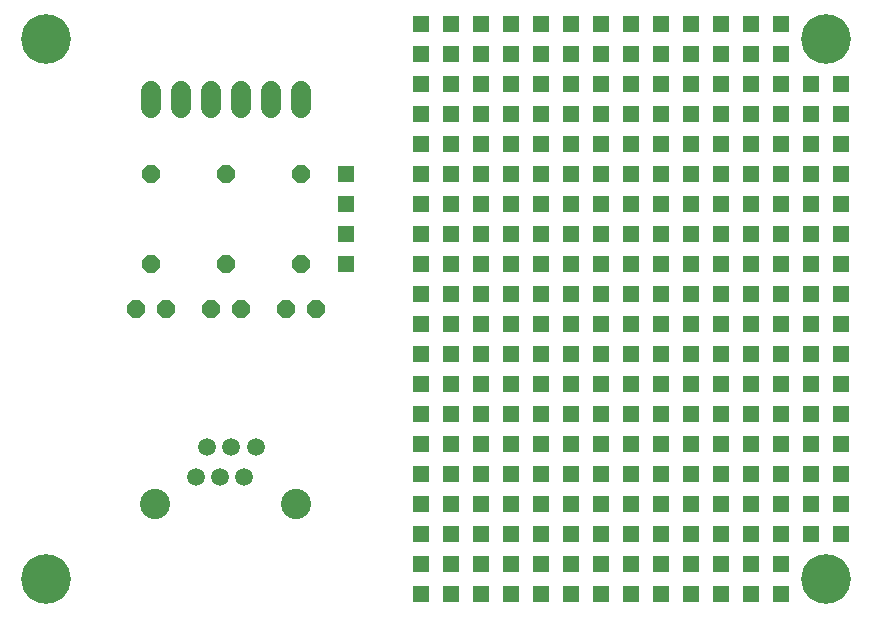
<source format=gbs>
G75*
G70*
%OFA0B0*%
%FSLAX24Y24*%
%IPPOS*%
%LPD*%
%AMOC8*
5,1,8,0,0,1.08239X$1,22.5*
%
%ADD10C,0.1655*%
%ADD11OC8,0.0600*%
%ADD12C,0.0674*%
%ADD13C,0.1009*%
%ADD14C,0.0595*%
%ADD15R,0.0580X0.0580*%
D10*
X001681Y001681D03*
X001681Y019681D03*
X027681Y019681D03*
X027681Y001681D03*
D11*
X010681Y010681D03*
X009681Y010681D03*
X008181Y010681D03*
X007181Y010681D03*
X005681Y010681D03*
X004681Y010681D03*
X005181Y012181D03*
X007681Y012181D03*
X010181Y012181D03*
X010181Y015181D03*
X007681Y015181D03*
X005181Y015181D03*
D12*
X005181Y017385D02*
X005181Y017978D01*
X006181Y017978D02*
X006181Y017385D01*
X007181Y017385D02*
X007181Y017978D01*
X008181Y017978D02*
X008181Y017385D01*
X009181Y017385D02*
X009181Y017978D01*
X010181Y017978D02*
X010181Y017385D01*
D13*
X010044Y004181D03*
X005319Y004181D03*
D14*
X006681Y005087D03*
X007485Y005087D03*
X008288Y005087D03*
X008681Y006087D03*
X007878Y006087D03*
X007075Y006087D03*
D15*
X014181Y006181D03*
X015181Y006181D03*
X015181Y005181D03*
X014181Y005181D03*
X014181Y004181D03*
X015181Y004181D03*
X016181Y004181D03*
X017181Y004181D03*
X018181Y004181D03*
X019181Y004181D03*
X020181Y004181D03*
X021181Y004181D03*
X022181Y004181D03*
X023181Y004181D03*
X024181Y004181D03*
X025181Y004181D03*
X026181Y004181D03*
X027181Y004181D03*
X028181Y004181D03*
X028181Y003181D03*
X027181Y003181D03*
X026181Y003181D03*
X026181Y002181D03*
X025181Y002181D03*
X024181Y002181D03*
X023181Y002181D03*
X022181Y002181D03*
X021181Y002181D03*
X020181Y002181D03*
X019181Y002181D03*
X018181Y002181D03*
X017181Y002181D03*
X016181Y002181D03*
X015181Y002181D03*
X014181Y002181D03*
X014181Y003181D03*
X015181Y003181D03*
X016181Y003181D03*
X017181Y003181D03*
X018181Y003181D03*
X019181Y003181D03*
X020181Y003181D03*
X021181Y003181D03*
X022181Y003181D03*
X023181Y003181D03*
X024181Y003181D03*
X025181Y003181D03*
X025181Y001181D03*
X024181Y001181D03*
X023181Y001181D03*
X022181Y001181D03*
X021181Y001181D03*
X020181Y001181D03*
X019181Y001181D03*
X018181Y001181D03*
X017181Y001181D03*
X016181Y001181D03*
X015181Y001181D03*
X014181Y001181D03*
X016181Y005181D03*
X017181Y005181D03*
X018181Y005181D03*
X018181Y006181D03*
X017181Y006181D03*
X016181Y006181D03*
X016181Y007181D03*
X017181Y007181D03*
X018181Y007181D03*
X019181Y007181D03*
X020181Y007181D03*
X021181Y007181D03*
X022181Y007181D03*
X023181Y007181D03*
X024181Y007181D03*
X025181Y007181D03*
X026181Y007181D03*
X027181Y007181D03*
X028181Y007181D03*
X028181Y006181D03*
X027181Y006181D03*
X026181Y006181D03*
X026181Y005181D03*
X027181Y005181D03*
X028181Y005181D03*
X025181Y005181D03*
X024181Y005181D03*
X023181Y005181D03*
X022181Y005181D03*
X021181Y005181D03*
X020181Y005181D03*
X019181Y005181D03*
X019181Y006181D03*
X020181Y006181D03*
X021181Y006181D03*
X022181Y006181D03*
X023181Y006181D03*
X024181Y006181D03*
X025181Y006181D03*
X025181Y008181D03*
X024181Y008181D03*
X023181Y008181D03*
X022181Y008181D03*
X021181Y008181D03*
X020181Y008181D03*
X019181Y008181D03*
X018181Y008181D03*
X017181Y008181D03*
X016181Y008181D03*
X015181Y008181D03*
X014181Y008181D03*
X014181Y009181D03*
X015181Y009181D03*
X016181Y009181D03*
X017181Y009181D03*
X018181Y009181D03*
X019181Y009181D03*
X020181Y009181D03*
X021181Y009181D03*
X022181Y009181D03*
X023181Y009181D03*
X024181Y009181D03*
X025181Y009181D03*
X026181Y009181D03*
X027181Y009181D03*
X028181Y009181D03*
X028181Y008181D03*
X027181Y008181D03*
X026181Y008181D03*
X026181Y010181D03*
X027181Y010181D03*
X028181Y010181D03*
X028181Y011181D03*
X027181Y011181D03*
X026181Y011181D03*
X025181Y011181D03*
X024181Y011181D03*
X023181Y011181D03*
X022181Y011181D03*
X021181Y011181D03*
X020181Y011181D03*
X019181Y011181D03*
X018181Y011181D03*
X017181Y011181D03*
X016181Y011181D03*
X015181Y011181D03*
X014181Y011181D03*
X014181Y010181D03*
X015181Y010181D03*
X016181Y010181D03*
X017181Y010181D03*
X018181Y010181D03*
X019181Y010181D03*
X020181Y010181D03*
X021181Y010181D03*
X022181Y010181D03*
X023181Y010181D03*
X024181Y010181D03*
X025181Y010181D03*
X025181Y012181D03*
X024181Y012181D03*
X023181Y012181D03*
X022181Y012181D03*
X021181Y012181D03*
X020181Y012181D03*
X019181Y012181D03*
X018181Y012181D03*
X017181Y012181D03*
X016181Y012181D03*
X015181Y012181D03*
X014181Y012181D03*
X014181Y013181D03*
X015181Y013181D03*
X016181Y013181D03*
X017181Y013181D03*
X018181Y013181D03*
X019181Y013181D03*
X020181Y013181D03*
X021181Y013181D03*
X022181Y013181D03*
X023181Y013181D03*
X024181Y013181D03*
X025181Y013181D03*
X026181Y013181D03*
X027181Y013181D03*
X028181Y013181D03*
X028181Y012181D03*
X027181Y012181D03*
X026181Y012181D03*
X026181Y014181D03*
X027181Y014181D03*
X028181Y014181D03*
X028181Y015181D03*
X027181Y015181D03*
X026181Y015181D03*
X025181Y015181D03*
X024181Y015181D03*
X023181Y015181D03*
X022181Y015181D03*
X021181Y015181D03*
X020181Y015181D03*
X019181Y015181D03*
X018181Y015181D03*
X017181Y015181D03*
X016181Y015181D03*
X015181Y015181D03*
X014181Y015181D03*
X014181Y016181D03*
X015181Y016181D03*
X016181Y016181D03*
X017181Y016181D03*
X018181Y016181D03*
X019181Y016181D03*
X020181Y016181D03*
X021181Y016181D03*
X022181Y016181D03*
X023181Y016181D03*
X024181Y016181D03*
X025181Y016181D03*
X026181Y016181D03*
X027181Y016181D03*
X028181Y016181D03*
X028181Y017181D03*
X027181Y017181D03*
X026181Y017181D03*
X025181Y017181D03*
X024181Y017181D03*
X023181Y017181D03*
X022181Y017181D03*
X021181Y017181D03*
X020181Y017181D03*
X019181Y017181D03*
X018181Y017181D03*
X017181Y017181D03*
X016181Y017181D03*
X015181Y017181D03*
X014181Y017181D03*
X014181Y018181D03*
X015181Y018181D03*
X015181Y019181D03*
X014181Y019181D03*
X014181Y020181D03*
X015181Y020181D03*
X016181Y020181D03*
X017181Y020181D03*
X018181Y020181D03*
X019181Y020181D03*
X020181Y020181D03*
X021181Y020181D03*
X022181Y020181D03*
X023181Y020181D03*
X024181Y020181D03*
X025181Y020181D03*
X026181Y020181D03*
X026181Y019181D03*
X026181Y018181D03*
X027181Y018181D03*
X028181Y018181D03*
X025181Y018181D03*
X024181Y018181D03*
X023181Y018181D03*
X022181Y018181D03*
X021181Y018181D03*
X020181Y018181D03*
X019181Y018181D03*
X018181Y018181D03*
X017181Y018181D03*
X016181Y018181D03*
X016181Y019181D03*
X017181Y019181D03*
X018181Y019181D03*
X019181Y019181D03*
X020181Y019181D03*
X021181Y019181D03*
X022181Y019181D03*
X023181Y019181D03*
X024181Y019181D03*
X025181Y019181D03*
X025181Y014181D03*
X024181Y014181D03*
X023181Y014181D03*
X022181Y014181D03*
X021181Y014181D03*
X020181Y014181D03*
X019181Y014181D03*
X018181Y014181D03*
X017181Y014181D03*
X016181Y014181D03*
X015181Y014181D03*
X014181Y014181D03*
X011681Y014181D03*
X011681Y013181D03*
X011681Y012181D03*
X011681Y015181D03*
X014181Y007181D03*
X015181Y007181D03*
X026181Y001181D03*
M02*

</source>
